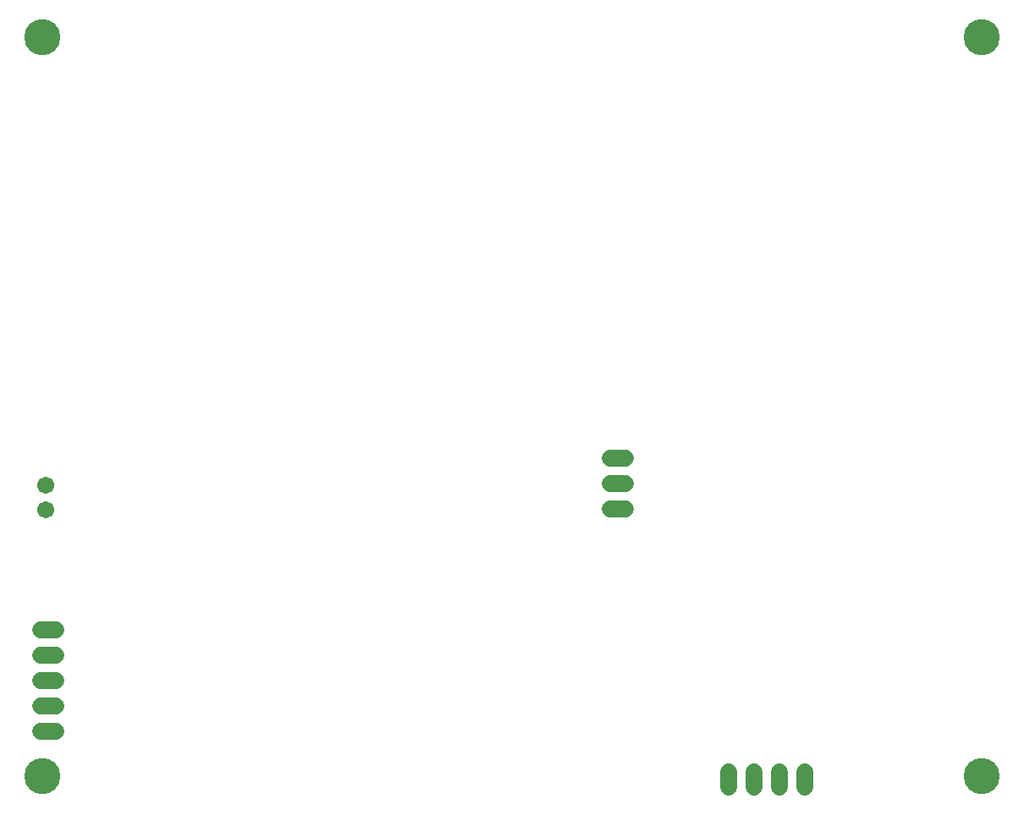
<source format=gbr>
G04 EAGLE Gerber RS-274X export*
G75*
%MOMM*%
%FSLAX34Y34*%
%LPD*%
%INSoldermask Bottom*%
%IPPOS*%
%AMOC8*
5,1,8,0,0,1.08239X$1,22.5*%
G01*
%ADD10C,3.603200*%
%ADD11C,1.727200*%
%ADD12C,1.703200*%


D10*
X970000Y770000D03*
X970000Y30000D03*
X30000Y770000D03*
X30000Y30000D03*
D11*
X792480Y34290D02*
X792480Y19050D01*
X767080Y19050D02*
X767080Y34290D01*
X741680Y34290D02*
X741680Y19050D01*
X716280Y19050D02*
X716280Y34290D01*
X43180Y176530D02*
X27940Y176530D01*
X27940Y151130D02*
X43180Y151130D01*
X43180Y125730D02*
X27940Y125730D01*
X27940Y100330D02*
X43180Y100330D01*
X43180Y74930D02*
X27940Y74930D01*
X598170Y297180D02*
X613410Y297180D01*
X613410Y322580D02*
X598170Y322580D01*
X598170Y347980D02*
X613410Y347980D01*
D12*
X33020Y321310D03*
X33020Y296310D03*
M02*

</source>
